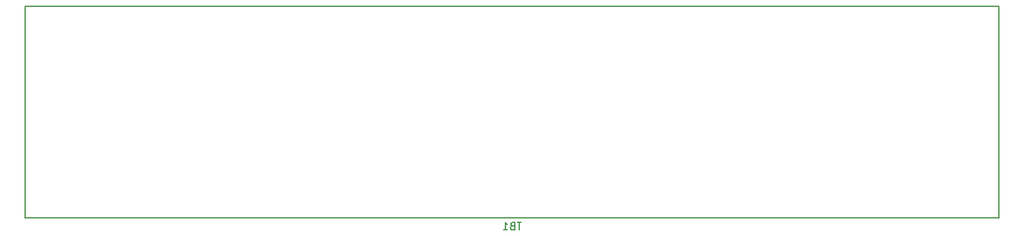
<source format=gbo>
G04 #@! TF.GenerationSoftware,KiCad,Pcbnew,(5.0.0)*
G04 #@! TF.CreationDate,2019-03-27T17:13:10-04:00*
G04 #@! TF.ProjectId,control board power,636F6E74726F6C20626F61726420706F,rev?*
G04 #@! TF.SameCoordinates,Original*
G04 #@! TF.FileFunction,Legend,Bot*
G04 #@! TF.FilePolarity,Positive*
%FSLAX46Y46*%
G04 Gerber Fmt 4.6, Leading zero omitted, Abs format (unit mm)*
G04 Created by KiCad (PCBNEW (5.0.0)) date 03/27/19 17:13:10*
%MOMM*%
%LPD*%
G01*
G04 APERTURE LIST*
%ADD10C,0.150000*%
G04 APERTURE END LIST*
D10*
G04 #@! TO.C,TB1*
X166649400Y-87566500D02*
X166649400Y-116141500D01*
X35288220Y-116141500D02*
X166641780Y-116141500D01*
X35280600Y-116141500D02*
X35280600Y-87566500D01*
X35288220Y-87566500D02*
X166641780Y-87566500D01*
G04 #@! TD*
G04 #@! TO.C,TB1*
X102226904Y-116800380D02*
X101655476Y-116800380D01*
X101941190Y-117800380D02*
X101941190Y-116800380D01*
X100988809Y-117276571D02*
X100845952Y-117324190D01*
X100798333Y-117371809D01*
X100750714Y-117467047D01*
X100750714Y-117609904D01*
X100798333Y-117705142D01*
X100845952Y-117752761D01*
X100941190Y-117800380D01*
X101322142Y-117800380D01*
X101322142Y-116800380D01*
X100988809Y-116800380D01*
X100893571Y-116848000D01*
X100845952Y-116895619D01*
X100798333Y-116990857D01*
X100798333Y-117086095D01*
X100845952Y-117181333D01*
X100893571Y-117228952D01*
X100988809Y-117276571D01*
X101322142Y-117276571D01*
X99798333Y-117800380D02*
X100369761Y-117800380D01*
X100084047Y-117800380D02*
X100084047Y-116800380D01*
X100179285Y-116943238D01*
X100274523Y-117038476D01*
X100369761Y-117086095D01*
G04 #@! TD*
M02*

</source>
